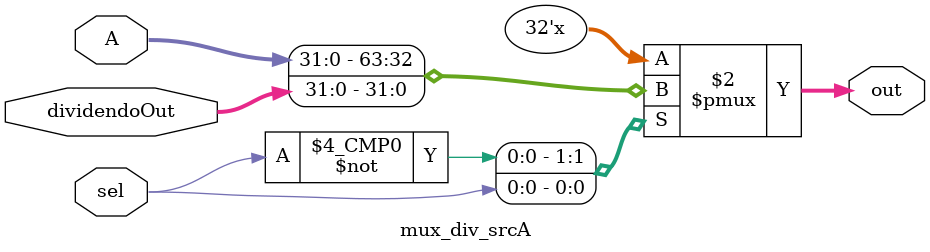
<source format=v>
module mux_div_srcA(
    input [31:0] A,
    input [31:0] dividendoOut,
    input sel,
    output reg [31:0] out
);

always @* begin
    case (sel)
    1'b0: out = A;
    1'b1: out = dividendoOut;
    endcase
end
endmodule
</source>
